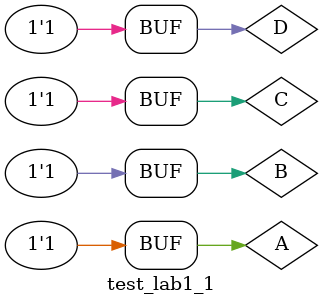
<source format=v>
`timescale 1ns / 1ps


module test_lab1_1();
wire W, X, Y, Z;
reg A, B, C, D;

lab1_1 U0(.a(A), .b(B), .c(C), .d(D), .w(W), .x(X), .y(Y), .z(Z));

initial
begin

A = 0; B = 0; C = 0; D = 0;
#10 A = 0; B = 0; C = 0; D = 1;
#10 A = 0; B = 0; C = 1; D = 0;
#10 A = 0; B = 0; C = 1; D = 1;
#10 A = 0; B = 1; C = 0; D = 0;
#10 A = 0; B = 1; C = 0; D = 1;
#10 A = 0; B = 1; C = 1; D = 0;
#10 A = 0; B = 1; C = 1; D = 1;
#10 A = 1; B = 0; C = 0; D = 0;
#10 A = 1; B = 0; C = 0; D = 1;
#10 A = 1; B = 0; C = 1; D = 0;
#10 A = 1; B = 0; C = 1; D = 1;
#10 A = 1; B = 1; C = 0; D = 0;
#10 A = 1; B = 1; C = 0; D = 1;
#10 A = 1; B = 1; C = 1; D = 0;
#10 A = 1; B = 1; C = 1; D = 1;
end

endmodule

</source>
